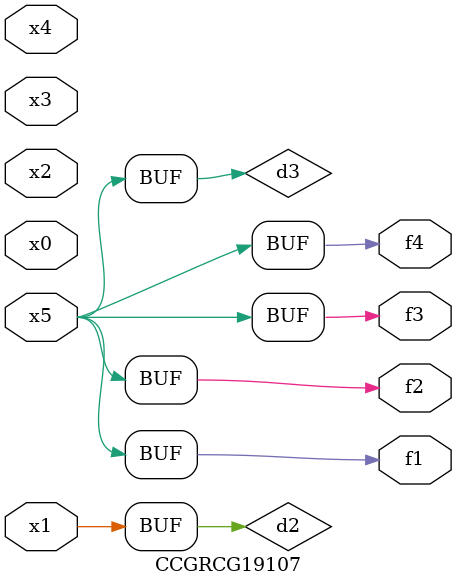
<source format=v>
module CCGRCG19107(
	input x0, x1, x2, x3, x4, x5,
	output f1, f2, f3, f4
);

	wire d1, d2, d3;

	not (d1, x5);
	or (d2, x1);
	xnor (d3, d1);
	assign f1 = d3;
	assign f2 = d3;
	assign f3 = d3;
	assign f4 = d3;
endmodule

</source>
